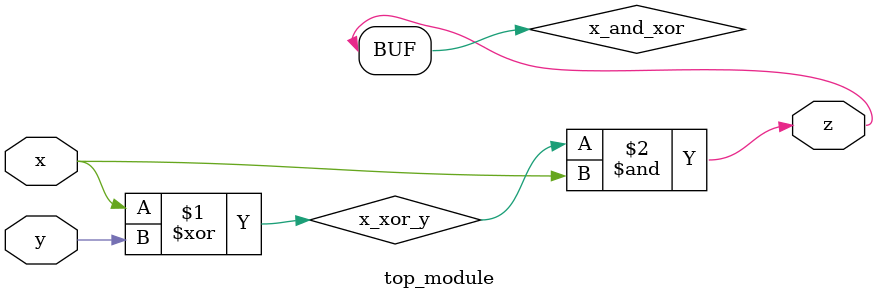
<source format=sv>
module top_module(
	input x,
	input y,
	output z);

	// Intermediate wires
	wire x_xor_y;
	wire x_and_xor;

	// Logic gates
	xor(x_xor_y, x, y);
	and(x_and_xor, x_xor_y, x);

	// Output
	assign z = x_and_xor;

endmodule

</source>
